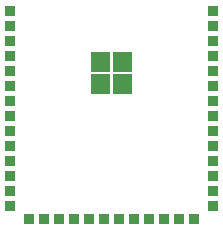
<source format=gtp>
G04 #@! TF.GenerationSoftware,KiCad,Pcbnew,8.0.0*
G04 #@! TF.CreationDate,2024-03-04T18:12:50-06:00*
G04 #@! TF.ProjectId,MicrocontrollerTestBoard,4d696372-6f63-46f6-9e74-726f6c6c6572,rev?*
G04 #@! TF.SameCoordinates,Original*
G04 #@! TF.FileFunction,Paste,Top*
G04 #@! TF.FilePolarity,Positive*
%FSLAX46Y46*%
G04 Gerber Fmt 4.6, Leading zero omitted, Abs format (unit mm)*
G04 Created by KiCad (PCBNEW 8.0.0) date 2024-03-04 18:12:50*
%MOMM*%
%LPD*%
G01*
G04 APERTURE LIST*
%ADD10C,0.000000*%
%ADD11R,0.838200X0.889000*%
%ADD12R,0.889000X0.838200*%
G04 APERTURE END LIST*
D10*
G36*
X151339100Y-79956700D02*
G01*
X149684900Y-79956700D01*
X149684900Y-78302500D01*
X151339100Y-78302500D01*
X151339100Y-79956700D01*
G37*
G36*
X151339100Y-81810900D02*
G01*
X149684900Y-81810900D01*
X149684900Y-80156700D01*
X151339100Y-80156700D01*
X151339100Y-81810900D01*
G37*
G36*
X153193300Y-79956700D02*
G01*
X151539100Y-79956700D01*
X151539100Y-78302500D01*
X153193300Y-78302500D01*
X153193300Y-79956700D01*
G37*
G36*
X153193300Y-81810900D02*
G01*
X151539100Y-81810900D01*
X151539100Y-80156700D01*
X153193300Y-80156700D01*
X153193300Y-81810900D01*
G37*
D11*
X142858200Y-74803000D03*
X142858200Y-76073000D03*
X142858200Y-77343000D03*
X142858200Y-78613000D03*
X142858200Y-79883000D03*
X142858200Y-81153000D03*
X142858200Y-82423000D03*
X142858200Y-83693000D03*
X142858200Y-84963000D03*
X142858200Y-86233000D03*
X142858200Y-87503000D03*
X142858200Y-88773000D03*
X142858200Y-90043000D03*
X142858200Y-91313000D03*
D12*
X144454100Y-92387600D03*
X145724100Y-92387600D03*
X146994100Y-92387600D03*
X148264100Y-92387600D03*
X149534100Y-92387600D03*
X150804100Y-92387600D03*
X152074100Y-92387600D03*
X153344100Y-92387600D03*
X154614100Y-92387600D03*
X155884100Y-92387600D03*
X157154100Y-92387600D03*
X158424100Y-92387600D03*
D11*
X160020000Y-91313000D03*
X160020000Y-90043000D03*
X160020000Y-88773000D03*
X160020000Y-87503000D03*
X160020000Y-86233000D03*
X160020000Y-84963000D03*
X160020000Y-83693000D03*
X160020000Y-82423000D03*
X160020000Y-81153000D03*
X160020000Y-79883000D03*
X160020000Y-78613000D03*
X160020000Y-77343000D03*
X160020000Y-76073000D03*
X160020000Y-74803000D03*
M02*

</source>
